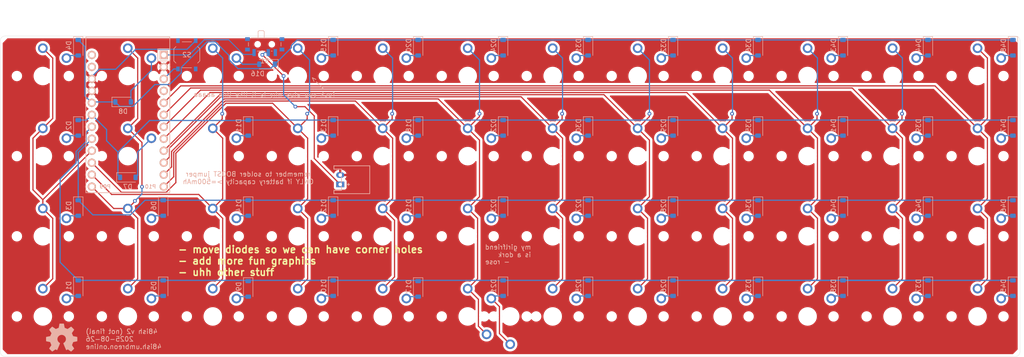
<source format=kicad_pcb>
(kicad_pcb
	(version 20241229)
	(generator "pcbnew")
	(generator_version "9.0")
	(general
		(thickness 1.6)
		(legacy_teardrops no)
	)
	(paper "A3")
	(title_block
		(title "plank")
		(rev "v1.0.0")
		(company "Unknown")
	)
	(layers
		(0 "F.Cu" signal)
		(2 "B.Cu" signal)
		(9 "F.Adhes" user "F.Adhesive")
		(11 "B.Adhes" user "B.Adhesive")
		(13 "F.Paste" user)
		(15 "B.Paste" user)
		(5 "F.SilkS" user "F.Silkscreen")
		(7 "B.SilkS" user "B.Silkscreen")
		(1 "F.Mask" user)
		(3 "B.Mask" user)
		(17 "Dwgs.User" user "User.Drawings")
		(19 "Cmts.User" user "User.Comments")
		(21 "Eco1.User" user "User.Eco1")
		(23 "Eco2.User" user "User.Eco2")
		(25 "Edge.Cuts" user)
		(27 "Margin" user)
		(31 "F.CrtYd" user "F.Courtyard")
		(29 "B.CrtYd" user "B.Courtyard")
		(35 "F.Fab" user)
		(33 "B.Fab" user)
	)
	(setup
		(pad_to_mask_clearance 0)
		(allow_soldermask_bridges_in_footprints no)
		(tenting front back)
		(pcbplotparams
			(layerselection 0x00000000_00000000_55555555_5755f5ff)
			(plot_on_all_layers_selection 0x00000000_00000000_00000000_00000000)
			(disableapertmacros no)
			(usegerberextensions no)
			(usegerberattributes yes)
			(usegerberadvancedattributes yes)
			(creategerberjobfile yes)
			(dashed_line_dash_ratio 12.000000)
			(dashed_line_gap_ratio 3.000000)
			(svgprecision 4)
			(plotframeref no)
			(mode 1)
			(useauxorigin no)
			(hpglpennumber 1)
			(hpglpenspeed 20)
			(hpglpendiameter 15.000000)
			(pdf_front_fp_property_popups yes)
			(pdf_back_fp_property_popups yes)
			(pdf_metadata yes)
			(pdf_single_document no)
			(dxfpolygonmode yes)
			(dxfimperialunits yes)
			(dxfusepcbnewfont yes)
			(psnegative no)
			(psa4output no)
			(plot_black_and_white yes)
			(sketchpadsonfab no)
			(plotpadnumbers no)
			(hidednponfab no)
			(sketchdnponfab yes)
			(crossoutdnponfab yes)
			(subtractmaskfromsilk no)
			(outputformat 1)
			(mirror no)
			(drillshape 0)
			(scaleselection 1)
			(outputdirectory "48ish_soldered_out/")
		)
	)
	(net 0 "")
	(net 1 "one_modrow")
	(net 2 "one")
	(net 3 "one_bottom")
	(net 4 "one_home")
	(net 5 "one_top")
	(net 6 "two_modrow")
	(net 7 "two")
	(net 8 "two_bottom")
	(net 9 "two_home")
	(net 10 "two_top")
	(net 11 "three_modrow")
	(net 12 "three")
	(net 13 "three_bottom")
	(net 14 "three_home")
	(net 15 "three_top")
	(net 16 "four_modrow")
	(net 17 "four")
	(net 18 "four_bottom")
	(net 19 "four_home")
	(net 20 "four_top")
	(net 21 "five_modrow")
	(net 22 "five")
	(net 23 "five_bottom")
	(net 24 "five_home")
	(net 25 "five_top")
	(net 26 "six_modrow")
	(net 27 "six")
	(net 28 "six_bottom")
	(net 29 "six_home")
	(net 30 "six_top")
	(net 31 "seven")
	(net 32 "seven_modrow")
	(net 33 "seven_bottom")
	(net 34 "seven_home")
	(net 35 "seven_top")
	(net 36 "eight_modrow")
	(net 37 "eight")
	(net 38 "eight_bottom")
	(net 39 "eight_home")
	(net 40 "eight_top")
	(net 41 "nine_modrow")
	(net 42 "nine")
	(net 43 "nine_bottom")
	(net 44 "nine_home")
	(net 45 "nine_top")
	(net 46 "ten_modrow")
	(net 47 "ten")
	(net 48 "ten_bottom")
	(net 49 "ten_home")
	(net 50 "ten_top")
	(net 51 "eleven_modrow")
	(net 52 "eleven")
	(net 53 "eleven_bottom")
	(net 54 "eleven_home")
	(net 55 "eleven_top")
	(net 56 "twelve_modrow")
	(net 57 "twelve")
	(net 58 "twelve_bottom")
	(net 59 "twelve_home")
	(net 60 "twelve_top")
	(net 61 "modrow")
	(net 62 "bottom")
	(net 63 "home")
	(net 64 "top")
	(net 65 "RAW")
	(net 66 "GND")
	(net 67 "RST")
	(net 68 "VCC")
	(net 69 "P1")
	(net 70 "P0")
	(net 71 "BAT")
	(footprint "PG1350" (layer "F.Cu") (at 162 -68))
	(footprint "PG1350" (layer "F.Cu") (at 108 -68))
	(footprint "PG1350" (layer "F.Cu") (at 72 -51))
	(footprint "PG1350" (layer "F.Cu") (at 18 -68))
	(footprint "PG1350" (layer "F.Cu") (at 180 -51))
	(footprint "PG1350" (layer "F.Cu") (at 108 -51))
	(footprint "PG1350" (layer "F.Cu") (at 54 -34))
	(footprint "PG1350" (layer "F.Cu") (at 0 -34))
	(footprint "PG1350" (layer "F.Cu") (at 36 -68))
	(footprint "PG1350" (layer "F.Cu") (at 144 -68))
	(footprint "PG1350" (layer "F.Cu") (at 72 -68))
	(footprint "PG1350" (layer "F.Cu") (at 72 -17))
	(footprint "PG1350" (layer "F.Cu") (at 180 -68))
	(footprint "PG1350" (layer "F.Cu") (at 54 -51))
	(footprint "PG1350" (layer "F.Cu") (at 90 -68))
	(footprint "PG1350" (layer "F.Cu") (at 36 -51))
	(footprint "PG1350" (layer "F.Cu") (at 108 -34))
	(footprint "PG1350" (layer "F.Cu") (at 18 -34))
	(footprint "PG1350" (layer "F.Cu") (at 0 -17))
	(footprint "JST_PH_S2B-PH-K_02x2.00mm_Angled" (layer "F.Cu") (at 63 -46 90))
	(footprint "PG1350" (layer "F.Cu") (at 126 -34))
	(footprint "PG1350" (layer "F.Cu") (at 36 -17))
	(footprint "PG1350" (layer "F.Cu") (at 72 -34))
	(footprint "PG1350" (layer "F.Cu") (at 144 -17))
	(footprint "PG1350" (layer "F.Cu") (at 144 -51))
	(footprint "PG1350" (layer "F.Cu") (at 90 -17))
	(footprint "PG1350" (layer "F.Cu") (at 54 -17))
	(footprint "PG1350" (layer "F.Cu") (at 162 -51))
	(footprint "PG1350" (layer "F.Cu") (at 99 -17 180))
	(footprint "PG1350" (layer "F.Cu") (at 198 -68))
	(footprint "PG1350" (layer "F.Cu") (at 126 -51))
	(footprint "PG1350" (layer "F.Cu") (at 180 -34))
	(footprint "PG1350" (layer "F.Cu") (at 126 -68))
	(footprint "PG1350" (layer "F.Cu") (at 90 -34))
	(footprint "PG1350" (layer "F.Cu") (at 162 -34))
	(footprint "PG1350" (layer "F.Cu") (at 90 -51))
	(footprint "PG1350" (layer "F.Cu") (at 144 -34))
	(footprint "PG1350" (layer "F.Cu") (at 54 -68))
	(footprint "PG1350" (layer "F.Cu") (at 198 -17))
	(footprint "PG1350" (layer "F.Cu") (at 180 -17))
	(footprint "PG1350" (layer "F.Cu") (at 162 -17))
	(footprint "PG1350" (layer "F.Cu") (at 18 -17))
	(footprint "PG1350" (layer "F.Cu") (at 126 -17))
	(footprint "PG1350" (layer "F.Cu") (at 18 -51))
	(footprint "PG1350" (layer "F.Cu") (at 0 -68))
	(footprint "PG1350" (layer "F.Cu") (at 36 -34))
	(footprint "PG1350" (layer "F.Cu") (at 198 -51))
	(footprint "PG1350" (layer "F.Cu") (at 108 -17))
	(footprint "PG1350" (layer "F.Cu") (at 198 -34))
	(footprint "PG1350" (layer "F.Cu") (at 0 -51))
	(footprint "Button_Switch_SMD:SW_SPDT_PCM12"
		(layer "B.Cu")
		(uuid "00000000-0000-0000-0000-00005bf2cc3c")
		(at 47 -74.4)
		(descr "Ultraminiature Surface Mount Slide Switch, right-angle, https://www.ckswitches.com/media/1424/pcm.pdf")
		(property "Reference" "S1"
			(at 0 3.2 0)
			(layer "B.SilkS")
			(uuid "4a0735c1-2b75-4df1-9943-022cbdd776e7")
			(effects
				(font
					(size 1 1)
					(thickness 0.15)
				)
				(justify mirror)
			)
		)
		(property "Value" ""
			(at 0 -4.25 0)
			(layer "B.Fab")
			(uuid "9cecbf94-3fe4-415a-a961-6654a24c1312")
			(effects
				(font
					(size 1 1)
					(thickness 0.15)
				)
				(justify mirror)
			)
		)
		(property "Datasheet" ""
			(at 0 0 180)
			(unlocked yes)
			(layer "B.Fab")
			(hide yes)
			(uuid "5e8cd27f-27c1-4a5d-8fd3-d390b7857cec")
			(effects
				(font
					(size 1.27 1.27)
					(thickness 0.15)
				)
				(justify mirror)
			)
		)
		(property "Description" ""
			(at 0 0 180)
			(unlocked yes)
			(layer "B.Fab")
			(hide yes)
			(uuid "fc000d71-fb04-4699-a376-7f78934c2184")
			(effects
				(font
					(size 1.27 1.27)
					(thickness 0.15)
				)
				(justify mirror)
			)
		)
		(attr smd)
		(fp_line
			(start -3.45 0.07)
			(end -3.45 -0.72)
			(stroke
				(width 0.12)
				(type solid)
			)
			(layer "B.SilkS")
			(uuid "b0c925a1-755f-44aa-90f6-d61ecb35cb34")
		)
		(fp_line
			(start -2.85 -1.73)
			(end 2.85 -1.73)
			(stroke
				(width 0.12)
				(type solid)
			)
			(layer "B.SilkS")
			(uuid "32ad5941-ac00-4754-b787-a877c737d6d8")
		)
		(fp_line
			(start -1.6
... [778165 chars truncated]
</source>
